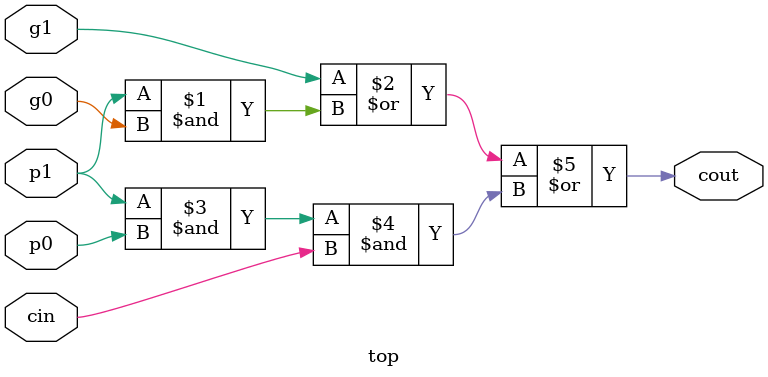
<source format=v>
module top( g0 , p0, g1, p1, cin, cout);
  input g0, p0, g1, p1, cin;
  output cout;
  assign cout = g1 | (p1 & g0) | (p1 & p0 & cin);
endmodule

</source>
